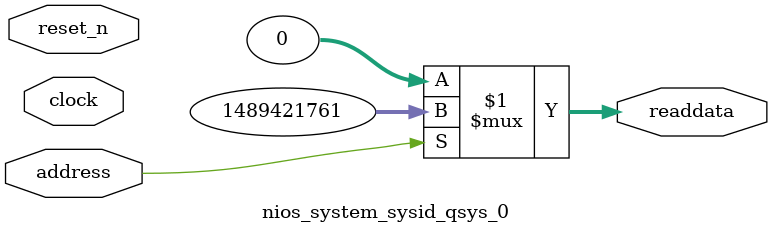
<source format=v>

`timescale 1ns / 1ps
// synthesis translate_on

// turn off superfluous verilog processor warnings 
// altera message_level Level1 
// altera message_off 10034 10035 10036 10037 10230 10240 10030 

module nios_system_sysid_qsys_0 (
               // inputs:
                address,
                clock,
                reset_n,

               // outputs:
                readdata
             )
;

  output  [ 31: 0] readdata;
  input            address;
  input            clock;
  input            reset_n;

  wire    [ 31: 0] readdata;
  //control_slave, which is an e_avalon_slave
  assign readdata = address ? 1489421761 : 0;

endmodule




</source>
